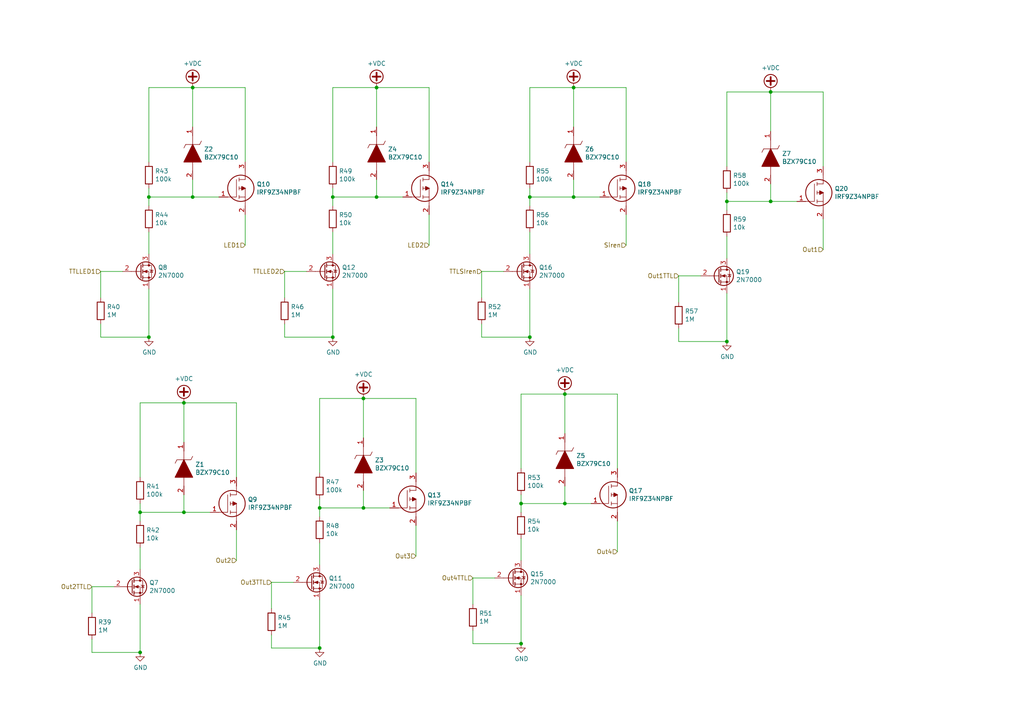
<source format=kicad_sch>
(kicad_sch (version 20211123) (generator eeschema)
  (paper "A4")
  (lib_symbols
    (symbol "Device:R" (pin_numbers hide) (pin_names (offset 0))
      (property "Reference" "R" (at 2.032 0 90))
      (property "Value" "R" (at 0 0 90))
      (symbol "R_0_1"
        (rectangle (start -1.016 -2.54) (end 1.016 2.54) (stroke (width 0.254)))
      )
      (symbol "R_1_1"
        (pin passive line (at 0 3.81 270) (length 1.27) (name "~") (number "1"))
        (pin passive line (at 0 -3.81 90) (length 1.27) (name "~") (number "2"))
      )
    )
    (symbol "SamacSys_Parts:BZX79C10" (pin_names (offset 0.762))
      (property "Reference" "Z" (at 10.16 8.89 0))
      (property "Value" "SamacSys_Parts_BZX79C10" (at 10.16 6.35 0))
      (symbol "BZX79C10_0_0"
        (pin passive line (at 0 0 0) (length 2.54) (name "~") (number "1"))
        (pin passive line (at 15.24 0 180) (length 2.54) (name "~") (number "2"))
      )
      (symbol "BZX79C10_0_1"
        (polyline (pts (xy 2.54 0) (xy 5.08 0)) (stroke (width 0.1524)))
        (polyline (pts (xy 4.064 -2.54) (xy 5.08 -2.032)) (stroke (width 0.1524)))
        (polyline (pts (xy 5.08 2.032) (xy 5.08 -2.032)) (stroke (width 0.1524)))
        (polyline (pts (xy 5.08 2.032) (xy 6.096 2.54)) (stroke (width 0.1524)))
        (polyline (pts (xy 12.7 0) (xy 10.16 0)) (stroke (width 0.1524)))
        (polyline (pts (xy 5.08 0) (xy 10.16 2.54) (xy 10.16 -2.54) (xy 5.08 0)) (stroke (width 0.254)) (fill (type outline)))
      )
    )
    (symbol "SamacSys_Parts:IRF9Z34NPBF" (pin_names (offset 0.762))
      (property "Reference" "Q" (at 11.43 3.81 0))
      (property "Value" "SamacSys_Parts_IRF9Z34NPBF" (at 11.43 1.27 0))
      (symbol "IRF9Z34NPBF_0_0"
        (pin passive line (at 0 0 0) (length 2.54) (name "~") (number "1"))
        (pin passive line (at 7.62 -5.08 90) (length 2.54) (name "~") (number "2"))
        (pin passive line (at 7.62 10.16 270) (length 2.54) (name "~") (number "3"))
      )
      (symbol "IRF9Z34NPBF_0_1"
        (polyline (pts (xy 5.842 -0.508) (xy 5.842 0.508)) (stroke (width 0.1524)))
        (polyline (pts (xy 5.842 0) (xy 7.62 0)) (stroke (width 0.1524)))
        (polyline (pts (xy 5.842 2.032) (xy 5.842 3.048)) (stroke (width 0.1524)))
        (polyline (pts (xy 5.842 5.588) (xy 5.842 4.572)) (stroke (width 0.1524)))
        (polyline (pts (xy 7.62 2.54) (xy 5.842 2.54)) (stroke (width 0.1524)))
        (polyline (pts (xy 7.62 2.54) (xy 7.62 -2.54)) (stroke (width 0.1524)))
        (polyline (pts (xy 7.62 5.08) (xy 5.842 5.08)) (stroke (width 0.1524)))
        (polyline (pts (xy 7.62 5.08) (xy 7.62 7.62)) (stroke (width 0.1524)))
        (polyline (pts (xy 2.54 0) (xy 5.08 0) (xy 5.08 5.08)) (stroke (width 0.1524)))
        (polyline (pts (xy 7.62 2.54) (xy 6.604 3.048) (xy 6.604 2.032) (xy 7.62 2.54)) (stroke (width 0.254)) (fill (type outline)))
        (circle (center 6.35 2.54) (radius 3.81) (stroke (width 0.254)))
      )
    )
    (symbol "Transistor_FET:2N7000" (pin_names hide)
      (property "Reference" "Q" (at 5.08 1.905 0))
      (property "Value" "2N7000" (at 5.08 0 0))
      (symbol "2N7000_0_1"
        (polyline (pts (xy 0.254 0) (xy -2.54 0)))
        (polyline (pts (xy 0.254 1.905) (xy 0.254 -1.905)) (stroke (width 0.254)))
        (polyline (pts (xy 0.762 -1.27) (xy 0.762 -2.286)) (stroke (width 0.254)))
        (polyline (pts (xy 0.762 0.508) (xy 0.762 -0.508)) (stroke (width 0.254)))
        (polyline (pts (xy 0.762 2.286) (xy 0.762 1.27)) (stroke (width 0.254)))
        (polyline (pts (xy 2.54 2.54) (xy 2.54 1.778)))
        (polyline (pts (xy 2.54 -2.54) (xy 2.54 0) (xy 0.762 0)))
        (polyline (pts (xy 0.762 -1.778) (xy 3.302 -1.778) (xy 3.302 1.778) (xy 0.762 1.778)))
        (polyline (pts (xy 1.016 0) (xy 2.032 0.381) (xy 2.032 -0.381) (xy 1.016 0)) (fill (type outline)))
        (polyline (pts (xy 2.794 0.508) (xy 2.921 0.381) (xy 3.683 0.381) (xy 3.81 0.254)))
        (polyline (pts (xy 3.302 0.381) (xy 2.921 -0.254) (xy 3.683 -0.254) (xy 3.302 0.381)))
        (circle (center 1.651 0) (radius 2.794) (stroke (width 0.254)))
        (circle (center 2.54 -1.778) (radius 0.254) (fill (type outline)))
        (circle (center 2.54 1.778) (radius 0.254) (fill (type outline)))
      )
      (symbol "2N7000_1_1"
        (pin passive line (at 2.54 -5.08 90) (length 2.54) (name "S") (number "1"))
        (pin input line (at -5.08 0 0) (length 2.54) (name "G") (number "2"))
        (pin passive line (at 2.54 5.08 270) (length 2.54) (name "D") (number "3"))
      )
    )
    (symbol "power:+VDC" (power) (pin_names (offset 0))
      (property "Value" "+VDC" (at 0 6.35 0))
      (symbol "+VDC_0_1"
        (polyline (pts (xy -1.143 3.175) (xy 1.143 3.175)) (stroke (width 0.508)))
        (polyline (pts (xy 0 0) (xy 0 1.27)))
        (polyline (pts (xy 0 2.032) (xy 0 4.318)) (stroke (width 0.508)))
        (circle (center 0 3.175) (radius 1.905) (stroke (width 0.254)))
      )
      (symbol "+VDC_1_1"
        (pin power_in line (at 0 0 90) (length 0) hide (name "+VDC") (number "1"))
      )
    )
    (symbol "power:GND" (power) (pin_names (offset 0))
      (property "Value" "GND" (at 0 -3.81 0))
      (symbol "GND_0_1"
        (polyline (pts (xy 0 0) (xy 0 -1.27) (xy 1.27 -1.27) (xy 0 -2.54) (xy -1.27 -1.27) (xy 0 -1.27)))
      )
      (symbol "GND_1_1"
        (pin power_in line (at 0 0 270) (length 0) hide (name "GND") (number "1"))
      )
    )
  )
  (junction (at 210.82 58.42))
  (junction (at 53.34 116.84))
  (junction (at 109.22 25.4))
  (junction (at 55.88 25.4))
  (junction (at 96.52 97.79))
  (junction (at 109.22 57.15))
  (junction (at 223.52 26.67))
  (junction (at 55.88 57.15))
  (junction (at 166.37 25.4))
  (junction (at 151.13 146.05))
  (junction (at 163.83 114.3))
  (junction (at 223.52 58.42))
  (junction (at 210.82 99.06))
  (junction (at 40.64 148.59))
  (junction (at 163.83 146.05))
  (junction (at 53.34 148.59))
  (junction (at 40.64 189.23))
  (junction (at 43.18 57.15))
  (junction (at 92.71 147.32))
  (junction (at 153.67 57.15))
  (junction (at 166.37 57.15))
  (junction (at 153.67 97.79))
  (junction (at 105.41 115.57))
  (junction (at 105.41 147.32))
  (junction (at 151.13 186.69))
  (junction (at 43.18 97.79))
  (junction (at 96.52 57.15))
  (junction (at 92.71 187.96))
  (wire (pts (xy 53.34 128.27) (xy 53.34 116.84)))
  (wire (pts (xy 238.76 48.26) (xy 238.76 26.67)))
  (wire (pts (xy 173.99 57.15) (xy 166.37 57.15)))
  (wire (pts (xy 92.71 149.86) (xy 92.71 147.32)))
  (wire (pts (xy 196.85 95.25) (xy 196.85 99.06)))
  (wire (pts (xy 71.12 71.12) (xy 71.12 62.23)))
  (wire (pts (xy 179.07 114.3) (xy 163.83 114.3)))
  (wire (pts (xy 43.18 25.4) (xy 43.18 46.99)))
  (wire (pts (xy 196.85 80.01) (xy 203.2 80.01)))
  (wire (pts (xy 151.13 172.72) (xy 151.13 186.69)))
  (wire (pts (xy 163.83 114.3) (xy 151.13 114.3)))
  (wire (pts (xy 109.22 25.4) (xy 96.52 25.4)))
  (wire (pts (xy 105.41 142.24) (xy 105.41 147.32)))
  (wire (pts (xy 166.37 36.83) (xy 166.37 25.4)))
  (wire (pts (xy 166.37 52.07) (xy 166.37 57.15)))
  (wire (pts (xy 68.58 162.56) (xy 68.58 153.67)))
  (wire (pts (xy 139.7 86.36) (xy 139.7 78.74)))
  (wire (pts (xy 29.21 86.36) (xy 29.21 78.74)))
  (wire (pts (xy 53.34 148.59) (xy 40.64 148.59)))
  (wire (pts (xy 120.65 115.57) (xy 105.41 115.57)))
  (wire (pts (xy 78.74 184.15) (xy 78.74 187.96)))
  (wire (pts (xy 137.16 182.88) (xy 137.16 186.69)))
  (wire (pts (xy 92.71 115.57) (xy 92.71 137.16)))
  (wire (pts (xy 26.67 189.23) (xy 40.64 189.23)))
  (wire (pts (xy 29.21 97.79) (xy 43.18 97.79)))
  (wire (pts (xy 105.41 115.57) (xy 92.71 115.57)))
  (wire (pts (xy 96.52 73.66) (xy 96.52 67.31)))
  (wire (pts (xy 181.61 71.12) (xy 181.61 62.23)))
  (wire (pts (xy 139.7 97.79) (xy 153.67 97.79)))
  (wire (pts (xy 96.52 25.4) (xy 96.52 46.99)))
  (wire (pts (xy 43.18 57.15) (xy 43.18 54.61)))
  (wire (pts (xy 55.88 57.15) (xy 43.18 57.15)))
  (wire (pts (xy 82.55 78.74) (xy 88.9 78.74)))
  (wire (pts (xy 109.22 57.15) (xy 96.52 57.15)))
  (wire (pts (xy 26.67 170.18) (xy 33.02 170.18)))
  (wire (pts (xy 68.58 138.43) (xy 68.58 116.84)))
  (wire (pts (xy 96.52 57.15) (xy 96.52 54.61)))
  (wire (pts (xy 92.71 147.32) (xy 92.71 144.78)))
  (wire (pts (xy 153.67 57.15) (xy 153.67 54.61)))
  (wire (pts (xy 179.07 135.89) (xy 179.07 114.3)))
  (wire (pts (xy 60.96 148.59) (xy 53.34 148.59)))
  (wire (pts (xy 113.03 147.32) (xy 105.41 147.32)))
  (wire (pts (xy 137.16 167.64) (xy 143.51 167.64)))
  (wire (pts (xy 210.82 58.42) (xy 210.82 55.88)))
  (wire (pts (xy 116.84 57.15) (xy 109.22 57.15)))
  (wire (pts (xy 55.88 25.4) (xy 43.18 25.4)))
  (wire (pts (xy 151.13 148.59) (xy 151.13 146.05)))
  (wire (pts (xy 40.64 116.84) (xy 40.64 138.43)))
  (wire (pts (xy 153.67 83.82) (xy 153.67 97.79)))
  (wire (pts (xy 105.41 127) (xy 105.41 115.57)))
  (wire (pts (xy 92.71 163.83) (xy 92.71 157.48)))
  (wire (pts (xy 82.55 86.36) (xy 82.55 78.74)))
  (wire (pts (xy 40.64 151.13) (xy 40.64 148.59)))
  (wire (pts (xy 40.64 148.59) (xy 40.64 146.05)))
  (wire (pts (xy 43.18 73.66) (xy 43.18 67.31)))
  (wire (pts (xy 63.5 57.15) (xy 55.88 57.15)))
  (wire (pts (xy 238.76 26.67) (xy 223.52 26.67)))
  (wire (pts (xy 151.13 162.56) (xy 151.13 156.21)))
  (wire (pts (xy 166.37 25.4) (xy 153.67 25.4)))
  (wire (pts (xy 29.21 78.74) (xy 35.56 78.74)))
  (wire (pts (xy 55.88 36.83) (xy 55.88 25.4)))
  (wire (pts (xy 109.22 52.07) (xy 109.22 57.15)))
  (wire (pts (xy 153.67 73.66) (xy 153.67 67.31)))
  (wire (pts (xy 163.83 125.73) (xy 163.83 114.3)))
  (wire (pts (xy 96.52 83.82) (xy 96.52 97.79)))
  (wire (pts (xy 163.83 140.97) (xy 163.83 146.05)))
  (wire (pts (xy 210.82 26.67) (xy 210.82 48.26)))
  (wire (pts (xy 71.12 25.4) (xy 55.88 25.4)))
  (wire (pts (xy 55.88 52.07) (xy 55.88 57.15)))
  (wire (pts (xy 223.52 26.67) (xy 210.82 26.67)))
  (wire (pts (xy 196.85 87.63) (xy 196.85 80.01)))
  (wire (pts (xy 181.61 25.4) (xy 166.37 25.4)))
  (wire (pts (xy 151.13 114.3) (xy 151.13 135.89)))
  (wire (pts (xy 78.74 187.96) (xy 92.71 187.96)))
  (wire (pts (xy 124.46 46.99) (xy 124.46 25.4)))
  (wire (pts (xy 153.67 25.4) (xy 153.67 46.99)))
  (wire (pts (xy 109.22 36.83) (xy 109.22 25.4)))
  (wire (pts (xy 26.67 177.8) (xy 26.67 170.18)))
  (wire (pts (xy 96.52 59.69) (xy 96.52 57.15)))
  (wire (pts (xy 210.82 85.09) (xy 210.82 99.06)))
  (wire (pts (xy 166.37 57.15) (xy 153.67 57.15)))
  (wire (pts (xy 120.65 161.29) (xy 120.65 152.4)))
  (wire (pts (xy 223.52 38.1) (xy 223.52 26.67)))
  (wire (pts (xy 82.55 97.79) (xy 96.52 97.79)))
  (wire (pts (xy 210.82 60.96) (xy 210.82 58.42)))
  (wire (pts (xy 53.34 143.51) (xy 53.34 148.59)))
  (wire (pts (xy 124.46 25.4) (xy 109.22 25.4)))
  (wire (pts (xy 163.83 146.05) (xy 151.13 146.05)))
  (wire (pts (xy 29.21 93.98) (xy 29.21 97.79)))
  (wire (pts (xy 223.52 58.42) (xy 210.82 58.42)))
  (wire (pts (xy 210.82 74.93) (xy 210.82 68.58)))
  (wire (pts (xy 92.71 173.99) (xy 92.71 187.96)))
  (wire (pts (xy 196.85 99.06) (xy 210.82 99.06)))
  (wire (pts (xy 40.64 175.26) (xy 40.64 189.23)))
  (wire (pts (xy 43.18 83.82) (xy 43.18 97.79)))
  (wire (pts (xy 137.16 186.69) (xy 151.13 186.69)))
  (wire (pts (xy 82.55 93.98) (xy 82.55 97.79)))
  (wire (pts (xy 68.58 116.84) (xy 53.34 116.84)))
  (wire (pts (xy 124.46 71.12) (xy 124.46 62.23)))
  (wire (pts (xy 120.65 137.16) (xy 120.65 115.57)))
  (wire (pts (xy 151.13 146.05) (xy 151.13 143.51)))
  (wire (pts (xy 71.12 46.99) (xy 71.12 25.4)))
  (wire (pts (xy 78.74 176.53) (xy 78.74 168.91)))
  (wire (pts (xy 40.64 165.1) (xy 40.64 158.75)))
  (wire (pts (xy 43.18 59.69) (xy 43.18 57.15)))
  (wire (pts (xy 26.67 185.42) (xy 26.67 189.23)))
  (wire (pts (xy 139.7 78.74) (xy 146.05 78.74)))
  (wire (pts (xy 179.07 160.02) (xy 179.07 151.13)))
  (wire (pts (xy 137.16 175.26) (xy 137.16 167.64)))
  (wire (pts (xy 231.14 58.42) (xy 223.52 58.42)))
  (wire (pts (xy 53.34 116.84) (xy 40.64 116.84)))
  (wire (pts (xy 139.7 93.98) (xy 139.7 97.79)))
  (wire (pts (xy 153.67 59.69) (xy 153.67 57.15)))
  (wire (pts (xy 171.45 146.05) (xy 163.83 146.05)))
  (wire (pts (xy 78.74 168.91) (xy 85.09 168.91)))
  (wire (pts (xy 223.52 53.34) (xy 223.52 58.42)))
  (wire (pts (xy 105.41 147.32) (xy 92.71 147.32)))
  (wire (pts (xy 238.76 72.39) (xy 238.76 63.5)))
  (wire (pts (xy 181.61 46.99) (xy 181.61 25.4)))
  (hierarchical_label "Out4" (shape input) (at 179.07 160.02 180))
  (hierarchical_label "Out1" (shape input) (at 238.76 72.39 180))
  (hierarchical_label "Out2" (shape input) (at 68.58 162.56 180))
  (hierarchical_label "Out1TTL" (shape input) (at 196.85 80.01 180))
  (hierarchical_label "TTLLED2" (shape input) (at 82.55 78.74 180))
  (hierarchical_label "TTLLED1" (shape input) (at 29.21 78.74 180))
  (hierarchical_label "Out3" (shape input) (at 120.65 161.29 180))
  (hierarchical_label "LED1" (shape input) (at 71.12 71.12 180))
  (hierarchical_label "Out3TTL" (shape input) (at 78.74 168.91 180))
  (hierarchical_label "Out4TTL" (shape input) (at 137.16 167.64 180))
  (hierarchical_label "Siren" (shape input) (at 181.61 71.12 180))
  (hierarchical_label "LED2" (shape input) (at 124.46 71.12 180))
  (hierarchical_label "Out2TTL" (shape input) (at 26.67 170.18 180))
  (hierarchical_label "TTLSIren" (shape input) (at 139.7 78.74 180))
  (symbol (lib_id "power:GND") (at 40.64 189.23 0) (unit 1)
    (property "Reference" "#PWR0106" (effects hide))
    (property "Value" "GND" (at 40.767 193.6242 0))
  )
  (symbol (lib_id "power:GND") (at 153.67 97.79 0) (unit 1)
    (property "Reference" "#PWR0115" (effects hide))
    (property "Value" "GND" (at 153.797 102.1842 0))
  )
  (symbol (lib_id "SamacSys_Parts:IRF9Z34NPBF") (at 231.14 58.42 0) (unit 1)
    (property "Reference" "Q20" (at 242.062 54.7116 0) (effects (justify left)))
    (property "Value" "IRF9Z34NPBF" (at 242.062 57.023 0) (effects (justify left)))
    (property "Footprint" "SamacSys_Parts:TO254P469X1042X1967-3P" (effects hide))
    (property "Datasheet" "https://www.infineon.com/dgdl/irf9z34npbf.pdf?fileId=5546d462533600a40153561220af1ddd" (effects hide))
    (property "Description" "MOSFET MOSFT PCh -55V -17A 100mOhm 23.3nC" (effects hide))
    (property "Height" "4.69" (effects hide))
    (property "Mouser Part Number" "942-IRF9Z34NPBF" (effects hide))
    (property "Mouser Price/Stock" "https://www.mouser.co.uk/ProductDetail/Infineon-IR/IRF9Z34NPBF?qs=9%252BKlkBgLFf16a%2FvlD%252BMCtQ%3D%3D" (effects hide))
    (property "Manufacturer_Name" "Infineon" (effects hide))
    (property "Manufacturer_Part_Number" "IRF9Z34NPBF" (effects hide))
  )
  (symbol (lib_id "Device:R") (at 153.67 63.5 0) (unit 1)
    (property "Reference" "R56" (at 155.448 62.3316 0) (effects (justify left)))
    (property "Value" "10k" (at 155.448 64.643 0) (effects (justify left)))
    (property "Footprint" "Resistor_THT:R_Axial_DIN0207_L6.3mm_D2.5mm_P2.54mm_Vertical" (effects hide))
  )
  (symbol (lib_id "SamacSys_Parts:BZX79C10") (at 223.52 38.1 90) (mirror x) (unit 1)
    (property "Reference" "Z7" (at 226.822 44.5516 90) (effects (justify right)))
    (property "Value" "BZX79C10" (at 226.822 46.863 90) (effects (justify right)))
    (property "Footprint" "SamacSys_Parts:DIOAD1068W53L380D172" (effects hide))
    (property "Datasheet" "https://www.fairchildsemi.com/datasheets/BZ/BZX79C10.pdf" (effects hide))
    (property "Description" "BZX79C10, Zener Diode, 10V +/-5 500 mW 0.2A, 2-Pin DO-35" (effects hide))
    (property "Mouser Part Number" "512-BZX79C10" (effects hide))
    (property "Mouser Price/Stock" "https://www.mouser.co.uk/ProductDetail/ON-Semiconductor-Fairchild/BZX79C10?qs=FITO%2F%2FQgYDkGEXVpK3DyhQ%3D%3D" (effects hide))
    (property "Manufacturer_Name" "ON Semiconductor" (effects hide))
    (property "Manufacturer_Part_Number" "BZX79C10" (effects hide))
  )
  (symbol (lib_id "Device:R") (at 151.13 139.7 0) (unit 1)
    (property "Reference" "R53" (at 152.908 138.5316 0) (effects (justify left)))
    (property "Value" "100k" (at 152.908 140.843 0) (effects (justify left)))
    (property "Footprint" "Resistor_THT:R_Axial_DIN0207_L6.3mm_D2.5mm_P2.54mm_Vertical" (effects hide))
  )
  (symbol (lib_id "Device:R") (at 29.21 90.17 0) (unit 1)
    (property "Reference" "R40" (at 30.988 89.0016 0) (effects (justify left)))
    (property "Value" "1M" (at 30.988 91.313 0) (effects (justify left)))
    (property "Footprint" "Resistor_THT:R_Axial_DIN0207_L6.3mm_D2.5mm_P2.54mm_Vertical" (effects hide))
  )
  (symbol (lib_id "SamacSys_Parts:IRF9Z34NPBF") (at 173.99 57.15 0) (unit 1)
    (property "Reference" "Q18" (at 184.912 53.4416 0) (effects (justify left)))
    (property "Value" "IRF9Z34NPBF" (at 184.912 55.753 0) (effects (justify left)))
    (property "Footprint" "SamacSys_Parts:TO254P469X1042X1967-3P" (effects hide))
    (property "Datasheet" "https://www.infineon.com/dgdl/irf9z34npbf.pdf?fileId=5546d462533600a40153561220af1ddd" (effects hide))
    (property "Description" "MOSFET MOSFT PCh -55V -17A 100mOhm 23.3nC" (effects hide))
    (property "Height" "4.69" (effects hide))
    (property "Mouser Part Number" "942-IRF9Z34NPBF" (effects hide))
    (property "Mouser Price/Stock" "https://www.mouser.co.uk/ProductDetail/Infineon-IR/IRF9Z34NPBF?qs=9%252BKlkBgLFf16a%2FvlD%252BMCtQ%3D%3D" (effects hide))
    (property "Manufacturer_Name" "Infineon" (effects hide))
    (property "Manufacturer_Part_Number" "IRF9Z34NPBF" (effects hide))
  )
  (symbol (lib_id "power:+VDC") (at 105.41 115.57 0) (unit 1)
    (property "Reference" "#PWR0112" (effects hide))
    (property "Value" "+VDC" (at 105.41 108.585 0))
  )
  (symbol (lib_id "Device:R") (at 137.16 179.07 0) (unit 1)
    (property "Reference" "R51" (at 138.938 177.9016 0) (effects (justify left)))
    (property "Value" "1M" (at 138.938 180.213 0) (effects (justify left)))
    (property "Footprint" "Resistor_THT:R_Axial_DIN0207_L6.3mm_D2.5mm_P2.54mm_Vertical" (effects hide))
  )
  (symbol (lib_id "SamacSys_Parts:IRF9Z34NPBF") (at 60.96 148.59 0) (unit 1)
    (property "Reference" "Q9" (at 71.882 144.8816 0) (effects (justify left)))
    (property "Value" "IRF9Z34NPBF" (at 71.882 147.193 0) (effects (justify left)))
    (property "Footprint" "SamacSys_Parts:TO254P469X1042X1967-3P" (effects hide))
    (property "Datasheet" "https://www.infineon.com/dgdl/irf9z34npbf.pdf?fileId=5546d462533600a40153561220af1ddd" (effects hide))
    (property "Description" "MOSFET MOSFT PCh -55V -17A 100mOhm 23.3nC" (effects hide))
    (property "Height" "4.69" (effects hide))
    (property "Mouser Part Number" "942-IRF9Z34NPBF" (effects hide))
    (property "Mouser Price/Stock" "https://www.mouser.co.uk/ProductDetail/Infineon-IR/IRF9Z34NPBF?qs=9%252BKlkBgLFf16a%2FvlD%252BMCtQ%3D%3D" (effects hide))
    (property "Manufacturer_Name" "Infineon" (effects hide))
    (property "Manufacturer_Part_Number" "IRF9Z34NPBF" (effects hide))
  )
  (symbol (lib_id "Device:R") (at 153.67 50.8 0) (unit 1)
    (property "Reference" "R55" (at 155.448 49.6316 0) (effects (justify left)))
    (property "Value" "100k" (at 155.448 51.943 0) (effects (justify left)))
    (property "Footprint" "Resistor_THT:R_Axial_DIN0207_L6.3mm_D2.5mm_P2.54mm_Vertical" (effects hide))
  )
  (symbol (lib_id "SamacSys_Parts:BZX79C10") (at 55.88 36.83 90) (mirror x) (unit 1)
    (property "Reference" "Z2" (at 59.182 43.2816 90) (effects (justify right)))
    (property "Value" "BZX79C10" (at 59.182 45.593 90) (effects (justify right)))
    (property "Footprint" "SamacSys_Parts:DIOAD1068W53L380D172" (effects hide))
    (property "Datasheet" "https://www.fairchildsemi.com/datasheets/BZ/BZX79C10.pdf" (effects hide))
    (property "Description" "BZX79C10, Zener Diode, 10V +/-5 500 mW 0.2A, 2-Pin DO-35" (effects hide))
    (property "Mouser Part Number" "512-BZX79C10" (effects hide))
    (property "Mouser Price/Stock" "https://www.mouser.co.uk/ProductDetail/ON-Semiconductor-Fairchild/BZX79C10?qs=FITO%2F%2FQgYDkGEXVpK3DyhQ%3D%3D" (effects hide))
    (property "Manufacturer_Name" "ON Semiconductor" (effects hide))
    (property "Manufacturer_Part_Number" "BZX79C10" (effects hide))
  )
  (symbol (lib_id "Device:R") (at 139.7 90.17 0) (unit 1)
    (property "Reference" "R52" (at 141.478 89.0016 0) (effects (justify left)))
    (property "Value" "1M" (at 141.478 91.313 0) (effects (justify left)))
    (property "Footprint" "Resistor_THT:R_Axial_DIN0207_L6.3mm_D2.5mm_P2.54mm_Vertical" (effects hide))
  )
  (symbol (lib_id "Device:R") (at 96.52 63.5 0) (unit 1)
    (property "Reference" "R50" (at 98.298 62.3316 0) (effects (justify left)))
    (property "Value" "10k" (at 98.298 64.643 0) (effects (justify left)))
    (property "Footprint" "Resistor_THT:R_Axial_DIN0207_L6.3mm_D2.5mm_P2.54mm_Vertical" (effects hide))
  )
  (symbol (lib_id "Transistor_FET:2N7000") (at 40.64 78.74 0) (unit 1)
    (property "Reference" "Q8" (at 45.8216 77.5716 0) (effects (justify left)))
    (property "Value" "2N7000" (at 45.8216 79.883 0) (effects (justify left)))
    (property "Footprint" "Package_TO_SOT_THT:TO-92_Inline" (effects hide))
    (property "Datasheet" "https://www.onsemi.com/pub/Collateral/NDS7002A-D.PDF" (effects hide))
  )
  (symbol (lib_id "SamacSys_Parts:IRF9Z34NPBF") (at 116.84 57.15 0) (unit 1)
    (property "Reference" "Q14" (at 127.762 53.4416 0) (effects (justify left)))
    (property "Value" "IRF9Z34NPBF" (at 127.762 55.753 0) (effects (justify left)))
    (property "Footprint" "SamacSys_Parts:TO254P469X1042X1967-3P" (effects hide))
    (property "Datasheet" "https://www.infineon.com/dgdl/irf9z34npbf.pdf?fileId=5546d462533600a40153561220af1ddd" (effects hide))
    (property "Description" "MOSFET MOSFT PCh -55V -17A 100mOhm 23.3nC" (effects hide))
    (property "Height" "4.69" (effects hide))
    (property "Mouser Part Number" "942-IRF9Z34NPBF" (effects hide))
    (property "Mouser Price/Stock" "https://www.mouser.co.uk/ProductDetail/Infineon-IR/IRF9Z34NPBF?qs=9%252BKlkBgLFf16a%2FvlD%252BMCtQ%3D%3D" (effects hide))
    (property "Manufacturer_Name" "Infineon" (effects hide))
    (property "Manufacturer_Part_Number" "IRF9Z34NPBF" (effects hide))
  )
  (symbol (lib_id "power:GND") (at 96.52 97.79 0) (unit 1)
    (property "Reference" "#PWR0111" (effects hide))
    (property "Value" "GND" (at 96.647 102.1842 0))
  )
  (symbol (lib_id "Transistor_FET:2N7000") (at 90.17 168.91 0) (unit 1)
    (property "Reference" "Q11" (at 95.3516 167.7416 0) (effects (justify left)))
    (property "Value" "2N7000" (at 95.3516 170.053 0) (effects (justify left)))
    (property "Footprint" "Package_TO_SOT_THT:TO-92_Inline" (effects hide))
    (property "Datasheet" "https://www.onsemi.com/pub/Collateral/NDS7002A-D.PDF" (effects hide))
  )
  (symbol (lib_id "Device:R") (at 92.71 153.67 0) (unit 1)
    (property "Reference" "R48" (at 94.488 152.5016 0) (effects (justify left)))
    (property "Value" "10k" (at 94.488 154.813 0) (effects (justify left)))
    (property "Footprint" "Resistor_THT:R_Axial_DIN0207_L6.3mm_D2.5mm_P2.54mm_Vertical" (effects hide))
  )
  (symbol (lib_id "power:+VDC") (at 109.22 25.4 0) (unit 1)
    (property "Reference" "#PWR0113" (effects hide))
    (property "Value" "+VDC" (at 109.22 18.415 0))
  )
  (symbol (lib_id "Transistor_FET:2N7000") (at 148.59 167.64 0) (unit 1)
    (property "Reference" "Q15" (at 153.7716 166.4716 0) (effects (justify left)))
    (property "Value" "2N7000" (at 153.7716 168.783 0) (effects (justify left)))
    (property "Footprint" "Package_TO_SOT_THT:TO-92_Inline" (effects hide))
    (property "Datasheet" "https://www.onsemi.com/pub/Collateral/NDS7002A-D.PDF" (effects hide))
  )
  (symbol (lib_id "SamacSys_Parts:IRF9Z34NPBF") (at 171.45 146.05 0) (unit 1)
    (property "Reference" "Q17" (at 182.372 142.3416 0) (effects (justify left)))
    (property "Value" "IRF9Z34NPBF" (at 182.372 144.653 0) (effects (justify left)))
    (property "Footprint" "SamacSys_Parts:TO254P469X1042X1967-3P" (effects hide))
    (property "Datasheet" "https://www.infineon.com/dgdl/irf9z34npbf.pdf?fileId=5546d462533600a40153561220af1ddd" (effects hide))
    (property "Description" "MOSFET MOSFT PCh -55V -17A 100mOhm 23.3nC" (effects hide))
    (property "Height" "4.69" (effects hide))
    (property "Mouser Part Number" "942-IRF9Z34NPBF" (effects hide))
    (property "Mouser Price/Stock" "https://www.mouser.co.uk/ProductDetail/Infineon-IR/IRF9Z34NPBF?qs=9%252BKlkBgLFf16a%2FvlD%252BMCtQ%3D%3D" (effects hide))
    (property "Manufacturer_Name" "Infineon" (effects hide))
    (property "Manufacturer_Part_Number" "IRF9Z34NPBF" (effects hide))
  )
  (symbol (lib_id "Transistor_FET:2N7000") (at 93.98 78.74 0) (unit 1)
    (property "Reference" "Q12" (at 99.1616 77.5716 0) (effects (justify left)))
    (property "Value" "2N7000" (at 99.1616 79.883 0) (effects (justify left)))
    (property "Footprint" "Package_TO_SOT_THT:TO-92_Inline" (effects hide))
    (property "Datasheet" "https://www.onsemi.com/pub/Collateral/NDS7002A-D.PDF" (effects hide))
  )
  (symbol (lib_id "Device:R") (at 196.85 91.44 0) (unit 1)
    (property "Reference" "R57" (at 198.628 90.2716 0) (effects (justify left)))
    (property "Value" "1M" (at 198.628 92.583 0) (effects (justify left)))
    (property "Footprint" "Resistor_THT:R_Axial_DIN0207_L6.3mm_D2.5mm_P2.54mm_Vertical" (effects hide))
  )
  (symbol (lib_id "Device:R") (at 210.82 52.07 0) (unit 1)
    (property "Reference" "R58" (at 212.598 50.9016 0) (effects (justify left)))
    (property "Value" "100k" (at 212.598 53.213 0) (effects (justify left)))
    (property "Footprint" "Resistor_THT:R_Axial_DIN0207_L6.3mm_D2.5mm_P2.54mm_Vertical" (effects hide))
  )
  (symbol (lib_id "Device:R") (at 40.64 154.94 0) (unit 1)
    (property "Reference" "R42" (at 42.418 153.7716 0) (effects (justify left)))
    (property "Value" "10k" (at 42.418 156.083 0) (effects (justify left)))
    (property "Footprint" "Resistor_THT:R_Axial_DIN0207_L6.3mm_D2.5mm_P2.54mm_Vertical" (effects hide))
  )
  (symbol (lib_id "SamacSys_Parts:IRF9Z34NPBF") (at 63.5 57.15 0) (unit 1)
    (property "Reference" "Q10" (at 74.422 53.4416 0) (effects (justify left)))
    (property "Value" "IRF9Z34NPBF" (at 74.422 55.753 0) (effects (justify left)))
    (property "Footprint" "SamacSys_Parts:TO254P469X1042X1967-3P" (effects hide))
    (property "Datasheet" "https://www.infineon.com/dgdl/irf9z34npbf.pdf?fileId=5546d462533600a40153561220af1ddd" (effects hide))
    (property "Description" "MOSFET MOSFT PCh -55V -17A 100mOhm 23.3nC" (effects hide))
    (property "Height" "4.69" (effects hide))
    (property "Mouser Part Number" "942-IRF9Z34NPBF" (effects hide))
    (property "Mouser Price/Stock" "https://www.mouser.co.uk/ProductDetail/Infineon-IR/IRF9Z34NPBF?qs=9%252BKlkBgLFf16a%2FvlD%252BMCtQ%3D%3D" (effects hide))
    (property "Manufacturer_Name" "Infineon" (effects hide))
    (property "Manufacturer_Part_Number" "IRF9Z34NPBF" (effects hide))
  )
  (symbol (lib_id "power:+VDC") (at 223.52 26.67 0) (unit 1)
    (property "Reference" "#PWR0119" (effects hide))
    (property "Value" "+VDC" (at 223.52 19.685 0))
  )
  (symbol (lib_id "Device:R") (at 92.71 140.97 0) (unit 1)
    (property "Reference" "R47" (at 94.488 139.8016 0) (effects (justify left)))
    (property "Value" "100k" (at 94.488 142.113 0) (effects (justify left)))
    (property "Footprint" "Resistor_THT:R_Axial_DIN0207_L6.3mm_D2.5mm_P2.54mm_Vertical" (effects hide))
  )
  (symbol (lib_id "power:+VDC") (at 163.83 114.3 0) (unit 1)
    (property "Reference" "#PWR0116" (effects hide))
    (property "Value" "+VDC" (at 163.83 107.315 0))
  )
  (symbol (lib_id "Device:R") (at 26.67 181.61 0) (unit 1)
    (property "Reference" "R39" (at 28.448 180.4416 0) (effects (justify left)))
    (property "Value" "1M" (at 28.448 182.753 0) (effects (justify left)))
    (property "Footprint" "Resistor_THT:R_Axial_DIN0207_L6.3mm_D2.5mm_P2.54mm_Vertical" (effects hide))
  )
  (symbol (lib_id "power:+VDC") (at 55.88 25.4 0) (unit 1)
    (property "Reference" "#PWR0109" (effects hide))
    (property "Value" "+VDC" (at 55.88 18.415 0))
  )
  (symbol (lib_id "SamacSys_Parts:BZX79C10") (at 166.37 36.83 90) (mirror x) (unit 1)
    (property "Reference" "Z6" (at 169.672 43.2816 90) (effects (justify right)))
    (property "Value" "BZX79C10" (at 169.672 45.593 90) (effects (justify right)))
    (property "Footprint" "SamacSys_Parts:DIOAD1068W53L380D172" (effects hide))
    (property "Datasheet" "https://www.fairchildsemi.com/datasheets/BZ/BZX79C10.pdf" (effects hide))
    (property "Description" "BZX79C10, Zener Diode, 10V +/-5 500 mW 0.2A, 2-Pin DO-35" (effects hide))
    (property "Mouser Part Number" "512-BZX79C10" (effects hide))
    (property "Mouser Price/Stock" "https://www.mouser.co.uk/ProductDetail/ON-Semiconductor-Fairchild/BZX79C10?qs=FITO%2F%2FQgYDkGEXVpK3DyhQ%3D%3D" (effects hide))
    (property "Manufacturer_Name" "ON Semiconductor" (effects hide))
    (property "Manufacturer_Part_Number" "BZX79C10" (effects hide))
  )
  (symbol (lib_id "power:GND") (at 92.71 187.96 0) (unit 1)
    (property "Reference" "#PWR0110" (effects hide))
    (property "Value" "GND" (at 92.837 192.3542 0))
  )
  (symbol (lib_id "Device:R") (at 96.52 50.8 0) (unit 1)
    (property "Reference" "R49" (at 98.298 49.6316 0) (effects (justify left)))
    (property "Value" "100k" (at 98.298 51.943 0) (effects (justify left)))
    (property "Footprint" "Resistor_THT:R_Axial_DIN0207_L6.3mm_D2.5mm_P2.54mm_Vertical" (effects hide))
  )
  (symbol (lib_id "Device:R") (at 78.74 180.34 0) (unit 1)
    (property "Reference" "R45" (at 80.518 179.1716 0) (effects (justify left)))
    (property "Value" "1M" (at 80.518 181.483 0) (effects (justify left)))
    (property "Footprint" "Resistor_THT:R_Axial_DIN0207_L6.3mm_D2.5mm_P2.54mm_Vertical" (effects hide))
  )
  (symbol (lib_id "Device:R") (at 82.55 90.17 0) (unit 1)
    (property "Reference" "R46" (at 84.328 89.0016 0) (effects (justify left)))
    (property "Value" "1M" (at 84.328 91.313 0) (effects (justify left)))
    (property "Footprint" "Resistor_THT:R_Axial_DIN0207_L6.3mm_D2.5mm_P2.54mm_Vertical" (effects hide))
  )
  (symbol (lib_id "Device:R") (at 151.13 152.4 0) (unit 1)
    (property "Reference" "R54" (at 152.908 151.2316 0) (effects (justify left)))
    (property "Value" "10k" (at 152.908 153.543 0) (effects (justify left)))
    (property "Footprint" "Resistor_THT:R_Axial_DIN0207_L6.3mm_D2.5mm_P2.54mm_Vertical" (effects hide))
  )
  (symbol (lib_id "power:GND") (at 151.13 186.69 0) (unit 1)
    (property "Reference" "#PWR0114" (effects hide))
    (property "Value" "GND" (at 151.257 191.0842 0))
  )
  (symbol (lib_id "SamacSys_Parts:BZX79C10") (at 109.22 36.83 90) (mirror x) (unit 1)
    (property "Reference" "Z4" (at 112.522 43.2816 90) (effects (justify right)))
    (property "Value" "BZX79C10" (at 112.522 45.593 90) (effects (justify right)))
    (property "Footprint" "SamacSys_Parts:DIOAD1068W53L380D172" (effects hide))
    (property "Datasheet" "https://www.fairchildsemi.com/datasheets/BZ/BZX79C10.pdf" (effects hide))
    (property "Description" "BZX79C10, Zener Diode, 10V +/-5 500 mW 0.2A, 2-Pin DO-35" (effects hide))
    (property "Mouser Part Number" "512-BZX79C10" (effects hide))
    (property "Mouser Price/Stock" "https://www.mouser.co.uk/ProductDetail/ON-Semiconductor-Fairchild/BZX79C10?qs=FITO%2F%2FQgYDkGEXVpK3DyhQ%3D%3D" (effects hide))
    (property "Manufacturer_Name" "ON Semiconductor" (effects hide))
    (property "Manufacturer_Part_Number" "BZX79C10" (effects hide))
  )
  (symbol (lib_id "Transistor_FET:2N7000") (at 208.28 80.01 0) (unit 1)
    (property "Reference" "Q19" (at 213.4616 78.8416 0) (effects (justify left)))
    (property "Value" "2N7000" (at 213.4616 81.153 0) (effects (justify left)))
    (property "Footprint" "Package_TO_SOT_THT:TO-92_Inline" (effects hide))
    (property "Datasheet" "https://www.onsemi.com/pub/Collateral/NDS7002A-D.PDF" (effects hide))
  )
  (symbol (lib_id "Transistor_FET:2N7000") (at 38.1 170.18 0) (unit 1)
    (property "Reference" "Q7" (at 43.2816 169.0116 0) (effects (justify left)))
    (property "Value" "2N7000" (at 43.2816 171.323 0) (effects (justify left)))
    (property "Footprint" "Package_TO_SOT_THT:TO-92_Inline" (effects hide))
    (property "Datasheet" "https://www.onsemi.com/pub/Collateral/NDS7002A-D.PDF" (effects hide))
  )
  (symbol (lib_id "power:+VDC") (at 53.34 116.84 0) (unit 1)
    (property "Reference" "#PWR0108" (effects hide))
    (property "Value" "+VDC" (at 53.34 109.855 0))
  )
  (symbol (lib_id "Device:R") (at 43.18 63.5 0) (unit 1)
    (property "Reference" "R44" (at 44.958 62.3316 0) (effects (justify left)))
    (property "Value" "10k" (at 44.958 64.643 0) (effects (justify left)))
    (property "Footprint" "Resistor_THT:R_Axial_DIN0207_L6.3mm_D2.5mm_P2.54mm_Vertical" (effects hide))
  )
  (symbol (lib_id "Device:R") (at 43.18 50.8 0) (unit 1)
    (property "Reference" "R43" (at 44.958 49.6316 0) (effects (justify left)))
    (property "Value" "100k" (at 44.958 51.943 0) (effects (justify left)))
    (property "Footprint" "Resistor_THT:R_Axial_DIN0207_L6.3mm_D2.5mm_P2.54mm_Vertical" (effects hide))
  )
  (symbol (lib_id "SamacSys_Parts:BZX79C10") (at 53.34 128.27 90) (mirror x) (unit 1)
    (property "Reference" "Z1" (at 56.642 134.7216 90) (effects (justify right)))
    (property "Value" "BZX79C10" (at 56.642 137.033 90) (effects (justify right)))
    (property "Footprint" "SamacSys_Parts:DIOAD1068W53L380D172" (effects hide))
    (property "Datasheet" "https://www.fairchildsemi.com/datasheets/BZ/BZX79C10.pdf" (effects hide))
    (property "Description" "BZX79C10, Zener Diode, 10V +/-5 500 mW 0.2A, 2-Pin DO-35" (effects hide))
    (property "Mouser Part Number" "512-BZX79C10" (effects hide))
    (property "Mouser Price/Stock" "https://www.mouser.co.uk/ProductDetail/ON-Semiconductor-Fairchild/BZX79C10?qs=FITO%2F%2FQgYDkGEXVpK3DyhQ%3D%3D" (effects hide))
    (property "Manufacturer_Name" "ON Semiconductor" (effects hide))
    (property "Manufacturer_Part_Number" "BZX79C10" (effects hide))
  )
  (symbol (lib_id "SamacSys_Parts:IRF9Z34NPBF") (at 113.03 147.32 0) (unit 1)
    (property "Reference" "Q13" (at 123.952 143.6116 0) (effects (justify left)))
    (property "Value" "IRF9Z34NPBF" (at 123.952 145.923 0) (effects (justify left)))
    (property "Footprint" "SamacSys_Parts:TO254P469X1042X1967-3P" (effects hide))
    (property "Datasheet" "https://www.infineon.com/dgdl/irf9z34npbf.pdf?fileId=5546d462533600a40153561220af1ddd" (effects hide))
    (property "Description" "MOSFET MOSFT PCh -55V -17A 100mOhm 23.3nC" (effects hide))
    (property "Height" "4.69" (effects hide))
    (property "Mouser Part Number" "942-IRF9Z34NPBF" (effects hide))
    (property "Mouser Price/Stock" "https://www.mouser.co.uk/ProductDetail/Infineon-IR/IRF9Z34NPBF?qs=9%252BKlkBgLFf16a%2FvlD%252BMCtQ%3D%3D" (effects hide))
    (property "Manufacturer_Name" "Infineon" (effects hide))
    (property "Manufacturer_Part_Number" "IRF9Z34NPBF" (effects hide))
  )
  (symbol (lib_id "SamacSys_Parts:BZX79C10") (at 163.83 125.73 90) (mirror x) (unit 1)
    (property "Reference" "Z5" (at 167.132 132.1816 90) (effects (justify right)))
    (property "Value" "BZX79C10" (at 167.132 134.493 90) (effects (justify right)))
    (property "Footprint" "SamacSys_Parts:DIOAD1068W53L380D172" (effects hide))
    (property "Datasheet" "https://www.fairchildsemi.com/datasheets/BZ/BZX79C10.pdf" (effects hide))
    (property "Description" "BZX79C10, Zener Diode, 10V +/-5 500 mW 0.2A, 2-Pin DO-35" (effects hide))
    (property "Mouser Part Number" "512-BZX79C10" (effects hide))
    (property "Mouser Price/Stock" "https://www.mouser.co.uk/ProductDetail/ON-Semiconductor-Fairchild/BZX79C10?qs=FITO%2F%2FQgYDkGEXVpK3DyhQ%3D%3D" (effects hide))
    (property "Manufacturer_Name" "ON Semiconductor" (effects hide))
    (property "Manufacturer_Part_Number" "BZX79C10" (effects hide))
  )
  (symbol (lib_id "SamacSys_Parts:BZX79C10") (at 105.41 127 90) (mirror x) (unit 1)
    (property "Reference" "Z3" (at 108.712 133.4516 90) (effects (justify right)))
    (property "Value" "BZX79C10" (at 108.712 135.763 90) (effects (justify right)))
    (property "Footprint" "SamacSys_Parts:DIOAD1068W53L380D172" (effects hide))
    (property "Datasheet" "https://www.fairchildsemi.com/datasheets/BZ/BZX79C10.pdf" (effects hide))
    (property "Description" "BZX79C10, Zener Diode, 10V +/-5 500 mW 0.2A, 2-Pin DO-35" (effects hide))
    (property "Mouser Part Number" "512-BZX79C10" (effects hide))
    (property "Mouser Price/Stock" "https://www.mouser.co.uk/ProductDetail/ON-Semiconductor-Fairchild/BZX79C10?qs=FITO%2F%2FQgYDkGEXVpK3DyhQ%3D%3D" (effects hide))
    (property "Manufacturer_Name" "ON Semiconductor" (effects hide))
    (property "Manufacturer_Part_Number" "BZX79C10" (effects hide))
  )
  (symbol (lib_id "Device:R") (at 40.64 142.24 0) (unit 1)
    (property "Reference" "R41" (at 42.418 141.0716 0) (effects (justify left)))
    (property "Value" "100k" (at 42.418 143.383 0) (effects (justify left)))
    (property "Footprint" "Resistor_THT:R_Axial_DIN0207_L6.3mm_D2.5mm_P2.54mm_Vertical" (effects hide))
  )
  (symbol (lib_id "power:GND") (at 43.18 97.79 0) (unit 1)
    (property "Reference" "#PWR0107" (effects hide))
    (property "Value" "GND" (at 43.307 102.1842 0))
  )
  (symbol (lib_id "power:+VDC") (at 166.37 25.4 0) (unit 1)
    (property "Reference" "#PWR0117" (effects hide))
    (property "Value" "+VDC" (at 166.37 18.415 0))
  )
  (symbol (lib_id "power:GND") (at 210.82 99.06 0) (unit 1)
    (property "Reference" "#PWR0118" (effects hide))
    (property "Value" "GND" (at 210.947 103.4542 0))
  )
  (symbol (lib_id "Device:R") (at 210.82 64.77 0) (unit 1)
    (property "Reference" "R59" (at 212.598 63.6016 0) (effects (justify left)))
    (property "Value" "10k" (at 212.598 65.913 0) (effects (justify left)))
    (property "Footprint" "Resistor_THT:R_Axial_DIN0207_L6.3mm_D2.5mm_P2.54mm_Vertical" (effects hide))
  )
  (symbol (lib_id "Transistor_FET:2N7000") (at 151.13 78.74 0) (unit 1)
    (property "Reference" "Q16" (at 156.3116 77.5716 0) (effects (justify left)))
    (property "Value" "2N7000" (at 156.3116 79.883 0) (effects (justify left)))
    (property "Footprint" "Package_TO_SOT_THT:TO-92_Inline" (effects hide))
    (property "Datasheet" "https://www.onsemi.com/pub/Collateral/NDS7002A-D.PDF" (effects hide))
  )
)
</source>
